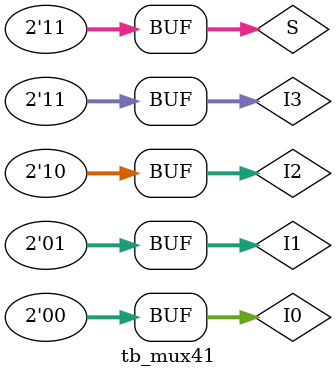
<source format=v>
module tb_mux41();

reg [1:0] I0, I1, I2, I3;
reg [1:0] S;

wire [1:0] Y;

mux_41 u1(I0, I1, I2, I3, S, Y);

initial begin

I0 = 2'b00;
I1 = 2'b01;
I2 = 2'b10;
I3 = 2'b11;

#10
S = 2'b00;
#10
S = 2'b01;
#10
S = 2'b10;
#10
S = 2'b11;


end
endmodule
</source>
